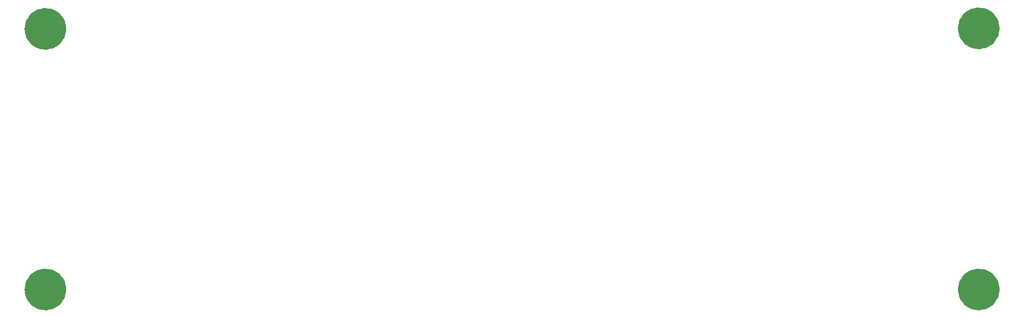
<source format=gbr>
%TF.GenerationSoftware,KiCad,Pcbnew,5.1.10-88a1d61d58~90~ubuntu20.04.1*%
%TF.CreationDate,2021-08-16T21:11:30-07:00*%
%TF.ProjectId,rear-panel,72656172-2d70-4616-9e65-6c2e6b696361,rev?*%
%TF.SameCoordinates,Original*%
%TF.FileFunction,Soldermask,Top*%
%TF.FilePolarity,Negative*%
%FSLAX46Y46*%
G04 Gerber Fmt 4.6, Leading zero omitted, Abs format (unit mm)*
G04 Created by KiCad (PCBNEW 5.1.10-88a1d61d58~90~ubuntu20.04.1) date 2021-08-16 21:11:30*
%MOMM*%
%LPD*%
G01*
G04 APERTURE LIST*
%ADD10C,3.500000*%
G04 APERTURE END LIST*
D10*
X216450000Y-63300000D02*
G75*
G03*
X216450000Y-63300000I-1750000J0D01*
G01*
X216450000Y-106900000D02*
G75*
G03*
X216450000Y-106900000I-1750000J0D01*
G01*
X60950000Y-106900000D02*
G75*
G03*
X60950000Y-106900000I-1750000J0D01*
G01*
X60950000Y-63400000D02*
G75*
G03*
X60950000Y-63400000I-1750000J0D01*
G01*
M02*

</source>
